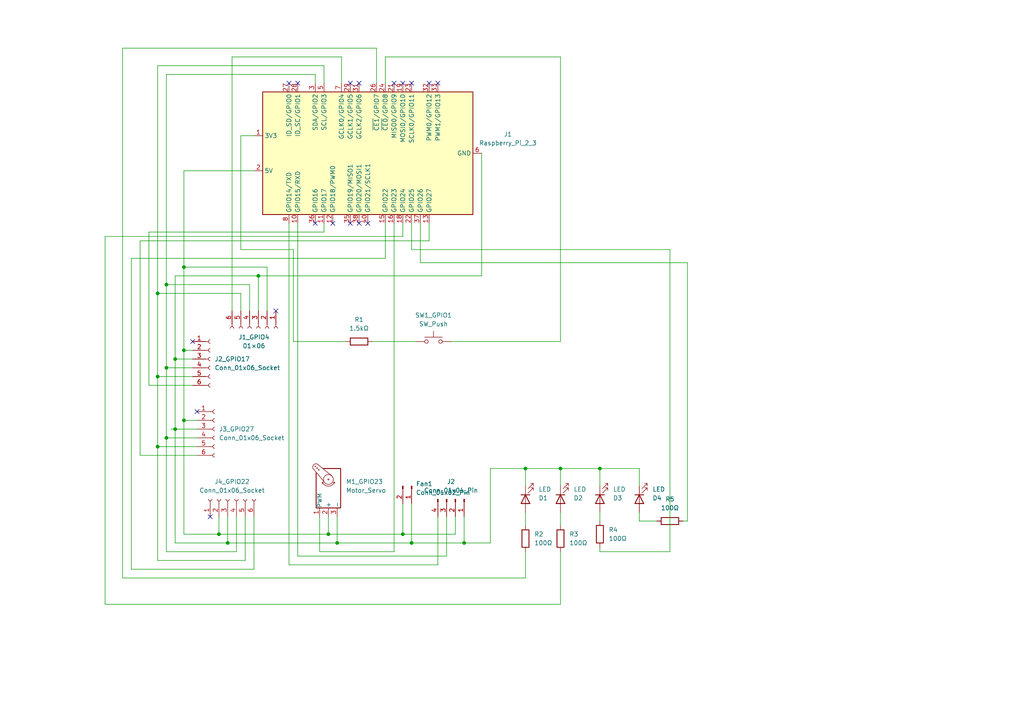
<source format=kicad_sch>
(kicad_sch (version 20231120) (generator "eeschema") (generator_version "8.0")
  (paper "A4")
  (lib_symbols
    (symbol "Connector:Conn_01x02_Pin" (pin_names (offset 1.016) hide)
      (property "Reference" "J" (at 0 2.54 0))
      (property "Value" "Conn_01x02_Pin" (at 0 -5.08 0))
      (symbol "Conn_01x02_Pin_1_1"
        (polyline (pts (xy 1.27 -2.54) (xy 0.8636 -2.54)) (stroke (width 0.1524)))
        (polyline (pts (xy 1.27 0) (xy 0.8636 0)) (stroke (width 0.1524)))
        (rectangle (start 0.8636 -2.413) (end 0 -2.667) (stroke (width 0.1524)) (fill (type outline)))
        (rectangle (start 0.8636 0.127) (end 0 -0.127) (stroke (width 0.1524)) (fill (type outline)))
        (pin passive line (at 5.08 0 180) (length 3.81) (name "Pin_1") (number "1"))
        (pin passive line (at 5.08 -2.54 180) (length 3.81) (name "Pin_2") (number "2"))
      )
    )
    (symbol "Connector:Conn_01x04_Pin" (pin_names (offset 1.016) hide)
      (property "Reference" "J" (at 0 5.08 0))
      (property "Value" "Conn_01x04_Pin" (at 0 -7.62 0))
      (symbol "Conn_01x04_Pin_1_1"
        (polyline (pts (xy 1.27 -5.08) (xy 0.8636 -5.08)) (stroke (width 0.1524)))
        (polyline (pts (xy 1.27 -2.54) (xy 0.8636 -2.54)) (stroke (width 0.1524)))
        (polyline (pts (xy 1.27 0) (xy 0.8636 0)) (stroke (width 0.1524)))
        (polyline (pts (xy 1.27 2.54) (xy 0.8636 2.54)) (stroke (width 0.1524)))
        (rectangle (start 0.8636 -4.953) (end 0 -5.207) (stroke (width 0.1524)) (fill (type outline)))
        (rectangle (start 0.8636 -2.413) (end 0 -2.667) (stroke (width 0.1524)) (fill (type outline)))
        (rectangle (start 0.8636 0.127) (end 0 -0.127) (stroke (width 0.1524)) (fill (type outline)))
        (rectangle (start 0.8636 2.667) (end 0 2.413) (stroke (width 0.1524)) (fill (type outline)))
        (pin passive line (at 5.08 2.54 180) (length 3.81) (name "Pin_1") (number "1"))
        (pin passive line (at 5.08 0 180) (length 3.81) (name "Pin_2") (number "2"))
        (pin passive line (at 5.08 -2.54 180) (length 3.81) (name "Pin_3") (number "3"))
        (pin passive line (at 5.08 -5.08 180) (length 3.81) (name "Pin_4") (number "4"))
      )
    )
    (symbol "Connector:Conn_01x06_Socket" (pin_names (offset 1.016) hide)
      (property "Reference" "J" (at 0 7.62 0))
      (property "Value" "Conn_01x06_Socket" (at 0 -10.16 0))
      (symbol "Conn_01x06_Socket_1_1"
        (arc (start 0 -7.112) (mid -0.5058 -7.62) (end 0 -8.128) (stroke (width 0.1524)))
        (arc (start 0 -4.572) (mid -0.5058 -5.08) (end 0 -5.588) (stroke (width 0.1524)))
        (arc (start 0 -2.032) (mid -0.5058 -2.54) (end 0 -3.048) (stroke (width 0.1524)))
        (polyline (pts (xy -1.27 -7.62) (xy -0.508 -7.62)) (stroke (width 0.1524)))
        (polyline (pts (xy -1.27 -5.08) (xy -0.508 -5.08)) (stroke (width 0.1524)))
        (polyline (pts (xy -1.27 -2.54) (xy -0.508 -2.54)) (stroke (width 0.1524)))
        (polyline (pts (xy -1.27 0) (xy -0.508 0)) (stroke (width 0.1524)))
        (polyline (pts (xy -1.27 2.54) (xy -0.508 2.54)) (stroke (width 0.1524)))
        (polyline (pts (xy -1.27 5.08) (xy -0.508 5.08)) (stroke (width 0.1524)))
        (arc (start 0 0.508) (mid -0.5058 0) (end 0 -0.508) (stroke (width 0.1524)))
        (arc (start 0 3.048) (mid -0.5058 2.54) (end 0 2.032) (stroke (width 0.1524)))
        (arc (start 0 5.588) (mid -0.5058 5.08) (end 0 4.572) (stroke (width 0.1524)))
        (pin passive line (at -5.08 5.08 0) (length 3.81) (name "Pin_1") (number "1"))
        (pin passive line (at -5.08 2.54 0) (length 3.81) (name "Pin_2") (number "2"))
        (pin passive line (at -5.08 0 0) (length 3.81) (name "Pin_3") (number "3"))
        (pin passive line (at -5.08 -2.54 0) (length 3.81) (name "Pin_4") (number "4"))
        (pin passive line (at -5.08 -5.08 0) (length 3.81) (name "Pin_5") (number "5"))
        (pin passive line (at -5.08 -7.62 0) (length 3.81) (name "Pin_6") (number "6"))
      )
    )
    (symbol "Connector:Raspberry_Pi_2_3"
      (property "Reference" "J" (at -17.78 31.75 0))
      (property "Value" "Raspberry_Pi_2_3" (at 10.16 -31.75 0))
      (symbol "Raspberry_Pi_2_3_0_1"
        (rectangle (start -17.78 30.48) (end 17.78 -30.48) (stroke (width 0.254)) (fill (type background)))
      )
      (symbol "Raspberry_Pi_2_3_1_1"
        (pin power_in line (at 5.08 33.02 270) (length 2.54) (name "3V3") (number "1"))
        (pin bidirectional line (at -20.32 20.32 0) (length 2.54) (name "GPIO15/RXD") (number "10"))
        (pin bidirectional line (at -20.32 12.7 0) (length 2.54) (name "GPIO17") (number "11"))
        (pin bidirectional line (at -20.32 10.16 0) (length 2.54) (name "GPIO18/PWM0") (number "12"))
        (pin bidirectional line (at -20.32 -17.78 0) (length 2.54) (name "GPIO27") (number "13"))
        (pin passive line (at 0 -33.02 90) (length 2.54) hide (name "GND") (number "14"))
        (pin bidirectional line (at -20.32 -5.08 0) (length 2.54) (name "GPIO22") (number "15"))
        (pin bidirectional line (at -20.32 -7.62 0) (length 2.54) (name "GPIO23") (number "16"))
        (pin passive line (at 5.08 33.02 270) (length 2.54) hide (name "3V3") (number "17"))
        (pin bidirectional line (at -20.32 -10.16 0) (length 2.54) (name "GPIO24") (number "18"))
        (pin bidirectional line (at 20.32 -10.16 180) (length 2.54) (name "MOSI0/GPIO10") (number "19"))
        (pin power_in line (at -5.08 33.02 270) (length 2.54) (name "5V") (number "2"))
        (pin passive line (at 0 -33.02 90) (length 2.54) hide (name "GND") (number "20"))
        (pin bidirectional line (at 20.32 -7.62 180) (length 2.54) (name "MISO0/GPIO9") (number "21"))
        (pin bidirectional line (at -20.32 -12.7 0) (length 2.54) (name "GPIO25") (number "22"))
        (pin bidirectional line (at 20.32 -12.7 180) (length 2.54) (name "SCLK0/GPIO11") (number "23"))
        (pin bidirectional line (at 20.32 -5.08 180) (length 2.54) (name "~{CE0}/GPIO8") (number "24"))
        (pin passive line (at 0 -33.02 90) (length 2.54) hide (name "GND") (number "25"))
        (pin bidirectional line (at 20.32 -2.54 180) (length 2.54) (name "~{CE1}/GPIO7") (number "26"))
        (pin bidirectional line (at 20.32 22.86 180) (length 2.54) (name "ID_SD/GPIO0") (number "27"))
        (pin bidirectional line (at 20.32 20.32 180) (length 2.54) (name "ID_SC/GPIO1") (number "28"))
        (pin bidirectional line (at 20.32 5.08 180) (length 2.54) (name "GCLK1/GPIO5") (number "29"))
        (pin bidirectional line (at 20.32 15.24 180) (length 2.54) (name "SDA/GPIO2") (number "3"))
        (pin passive line (at 0 -33.02 90) (length 2.54) hide (name "GND") (number "30"))
        (pin bidirectional line (at 20.32 2.54 180) (length 2.54) (name "GCLK2/GPIO6") (number "31"))
        (pin bidirectional line (at 20.32 -17.78 180) (length 2.54) (name "PWM0/GPIO12") (number "32"))
        (pin bidirectional line (at 20.32 -20.32 180) (length 2.54) (name "PWM1/GPIO13") (number "33"))
        (pin passive line (at 0 -33.02 90) (length 2.54) hide (name "GND") (number "34"))
        (pin bidirectional line (at -20.32 5.08 0) (length 2.54) (name "GPIO19/MISO1") (number "35"))
        (pin bidirectional line (at -20.32 15.24 0) (length 2.54) (name "GPIO16") (number "36"))
        (pin bidirectional line (at -20.32 -15.24 0) (length 2.54) (name "GPIO26") (number "37"))
        (pin bidirectional line (at -20.32 2.54 0) (length 2.54) (name "GPIO20/MOSI1") (number "38"))
        (pin passive line (at 0 -33.02 90) (length 2.54) hide (name "GND") (number "39"))
        (pin passive line (at -5.08 33.02 270) (length 2.54) hide (name "5V") (number "4"))
        (pin bidirectional line (at -20.32 0 0) (length 2.54) (name "GPIO21/SCLK1") (number "40"))
        (pin bidirectional line (at 20.32 12.7 180) (length 2.54) (name "SCL/GPIO3") (number "5"))
        (pin power_in line (at 0 -33.02 90) (length 2.54) (name "GND") (number "6"))
        (pin bidirectional line (at 20.32 7.62 180) (length 2.54) (name "GCLK0/GPIO4") (number "7"))
        (pin bidirectional line (at -20.32 22.86 0) (length 2.54) (name "GPIO14/TXD") (number "8"))
        (pin passive line (at 0 -33.02 90) (length 2.54) hide (name "GND") (number "9"))
      )
    )
    (symbol "Device:LED" (pin_numbers hide) (pin_names (offset 1.016) hide)
      (property "Reference" "D" (at 0 2.54 0))
      (property "Value" "LED" (at 0 -2.54 0))
      (symbol "LED_0_1"
        (polyline (pts (xy -1.27 -1.27) (xy -1.27 1.27)) (stroke (width 0.254)))
        (polyline (pts (xy -1.27 0) (xy 1.27 0)))
        (polyline (pts (xy 1.27 -1.27) (xy 1.27 1.27) (xy -1.27 0) (xy 1.27 -1.27)) (stroke (width 0.254)))
        (polyline (pts (xy -3.048 -0.762) (xy -4.572 -2.286) (xy -3.81 -2.286) (xy -4.572 -2.286) (xy -4.572 -1.524)))
        (polyline (pts (xy -1.778 -0.762) (xy -3.302 -2.286) (xy -2.54 -2.286) (xy -3.302 -2.286) (xy -3.302 -1.524)))
      )
      (symbol "LED_1_1"
        (pin passive line (at -3.81 0 0) (length 2.54) (name "K") (number "1"))
        (pin passive line (at 3.81 0 180) (length 2.54) (name "A") (number "2"))
      )
    )
    (symbol "Device:R" (pin_numbers hide) (pin_names (offset 0))
      (property "Reference" "R" (at 2.032 0 90))
      (property "Value" "R" (at 0 0 90))
      (symbol "R_0_1"
        (rectangle (start -1.016 -2.54) (end 1.016 2.54) (stroke (width 0.254)))
      )
      (symbol "R_1_1"
        (pin passive line (at 0 3.81 270) (length 1.27) (name "~") (number "1"))
        (pin passive line (at 0 -3.81 90) (length 1.27) (name "~") (number "2"))
      )
    )
    (symbol "Motor:Motor_Servo" (pin_names (offset 0.0254))
      (property "Reference" "M" (at -5.08 4.445 0))
      (property "Value" "Motor_Servo" (at -5.08 -4.064 0))
      (symbol "Motor_Servo_0_1"
        (polyline (pts (xy 2.413 -1.778) (xy 2.032 -1.778)))
        (polyline (pts (xy 2.413 -1.778) (xy 2.286 -1.397)))
        (polyline (pts (xy 2.413 1.778) (xy 1.905 1.778)))
        (polyline (pts (xy 2.413 1.778) (xy 2.286 1.397)))
        (polyline (pts (xy 6.35 4.445) (xy 2.54 1.27)))
        (polyline (pts (xy 7.62 3.175) (xy 4.191 -1.016)))
        (polyline (pts (xy 5.08 3.556) (xy -5.08 3.556) (xy -5.08 -3.556) (xy 6.35 -3.556) (xy 6.35 1.524)) (stroke (width 0.254)))
        (arc (start 2.413 1.778) (mid 1.2406 0) (end 2.413 -1.778))
        (circle (center 3.175 0) (radius 0.1778))
        (circle (center 3.175 0) (radius 1.4224))
        (circle (center 5.969 2.794) (radius 0.127))
        (circle (center 6.477 3.302) (radius 0.127))
        (circle (center 6.985 3.81) (radius 0.127))
        (arc (start 7.62 3.175) (mid 7.4485 4.2735) (end 6.35 4.445))
      )
      (symbol "Motor_Servo_1_1"
        (pin passive line (at -7.62 2.54 0) (length 2.54) (name "PWM") (number "1"))
        (pin passive line (at -7.62 0 0) (length 2.54) (name "+") (number "2"))
        (pin passive line (at -7.62 -2.54 0) (length 2.54) (name "-") (number "3"))
      )
    )
    (symbol "Switch:SW_Push" (pin_numbers hide) (pin_names (offset 1.016) hide)
      (property "Reference" "SW1_GPIO8" (at 0 7.62 0))
      (property "Value" "SW_Push" (at 0 5.08 0))
      (symbol "SW_Push_0_1"
        (circle (center -2.032 0) (radius 0.508))
        (polyline (pts (xy 0 1.27) (xy 0 3.048)))
        (polyline (pts (xy 2.54 1.27) (xy -2.54 1.27)))
        (circle (center 2.032 0) (radius 0.508))
        (pin passive line (at -5.08 0 0) (length 2.54) (name "1") (number "1"))
        (pin passive line (at 5.08 0 180) (length 2.54) (name "3") (number "3"))
      )
    )
  )
  (junction (at 48.26 127))
  (junction (at 119.38 157.48))
  (junction (at 66.04 157.48))
  (junction (at 45.72 85.09))
  (junction (at 152.4 135.89))
  (junction (at 95.25 154.94))
  (junction (at 45.72 109.22))
  (junction (at 48.26 106.68))
  (junction (at 53.34 77.47))
  (junction (at 48.26 82.55))
  (junction (at 53.34 101.6))
  (junction (at 50.8 104.14))
  (junction (at 63.5 154.94))
  (junction (at 173.99 135.89))
  (junction (at 53.34 121.92))
  (junction (at 97.79 157.48))
  (junction (at 74.93 80.01))
  (junction (at 116.84 154.94))
  (junction (at 50.8 124.46))
  (junction (at 134.62 157.48))
  (junction (at 162.56 135.89))
  (junction (at 45.72 129.54))
  (no_connect (at 83.82 24.13))
  (no_connect (at 91.44 64.77))
  (no_connect (at 86.36 24.13))
  (no_connect (at 116.84 24.13))
  (no_connect (at 106.68 64.77))
  (no_connect (at 80.01 90.17))
  (no_connect (at 55.88 99.06))
  (no_connect (at 119.38 24.13))
  (no_connect (at 127 24.13))
  (no_connect (at 57.15 119.38))
  (no_connect (at 60.96 149.86))
  (no_connect (at 104.14 24.13))
  (no_connect (at 96.52 64.77))
  (no_connect (at 104.14 64.77))
  (no_connect (at 101.6 24.13))
  (no_connect (at 114.3 24.13))
  (no_connect (at 124.46 24.13))
  (no_connect (at 101.6 64.77))
  (wire (pts (xy 43.18 111.76) (xy 55.88 111.76)))
  (wire (pts (xy 114.3 64.77) (xy 114.3 160.02)))
  (wire (pts (xy 162.56 16.51) (xy 111.76 16.51)))
  (wire (pts (xy 194.31 160.02) (xy 194.31 72.39)))
  (wire (pts (xy 92.71 149.86) (xy 92.71 160.02)))
  (wire (pts (xy 86.36 161.29) (xy 129.54 161.29)))
  (wire (pts (xy 95.25 154.94) (xy 95.25 149.86)))
  (wire (pts (xy 134.62 149.86) (xy 134.62 157.48)))
  (wire (pts (xy 97.79 157.48) (xy 97.79 149.86)))
  (wire (pts (xy 116.84 154.94) (xy 116.84 146.05)))
  (wire (pts (xy 48.26 160.02) (xy 68.58 160.02)))
  (wire (pts (xy 93.98 19.05) (xy 45.72 19.05)))
  (wire (pts (xy 173.99 160.02) (xy 194.31 160.02)))
  (wire (pts (xy 45.72 19.05) (xy 45.72 85.09)))
  (wire (pts (xy 173.99 158.75) (xy 173.99 160.02)))
  (wire (pts (xy 50.8 157.48) (xy 66.04 157.48)))
  (wire (pts (xy 95.25 154.94) (xy 116.84 154.94)))
  (wire (pts (xy 162.56 175.26) (xy 30.48 175.26)))
  (wire (pts (xy 50.8 104.14) (xy 50.8 124.46)))
  (wire (pts (xy 85.09 72.39) (xy 85.09 99.06)))
  (wire (pts (xy 129.54 161.29) (xy 129.54 149.86)))
  (wire (pts (xy 50.8 80.01) (xy 74.93 80.01)))
  (wire (pts (xy 48.26 21.59) (xy 48.26 82.55)))
  (wire (pts (xy 53.34 121.92) (xy 53.34 154.94)))
  (wire (pts (xy 199.39 76.2) (xy 121.92 76.2)))
  (wire (pts (xy 199.39 76.2) (xy 199.39 151.13)))
  (wire (pts (xy 93.98 67.31) (xy 43.18 67.31)))
  (wire (pts (xy 63.5 154.94) (xy 95.25 154.94)))
  (wire (pts (xy 162.56 135.89) (xy 162.56 140.97)))
  (wire (pts (xy 152.4 148.59) (xy 152.4 152.4)))
  (wire (pts (xy 45.72 129.54) (xy 45.72 162.56)))
  (wire (pts (xy 40.64 132.08) (xy 57.15 132.08)))
  (wire (pts (xy 194.31 72.39) (xy 119.38 72.39)))
  (wire (pts (xy 53.34 49.53) (xy 53.34 77.47)))
  (wire (pts (xy 45.72 85.09) (xy 69.85 85.09)))
  (wire (pts (xy 127 163.83) (xy 83.82 163.83)))
  (wire (pts (xy 50.8 80.01) (xy 50.8 104.14)))
  (wire (pts (xy 73.66 49.53) (xy 53.34 49.53)))
  (wire (pts (xy 162.56 148.59) (xy 162.56 152.4)))
  (wire (pts (xy 45.72 129.54) (xy 57.15 129.54)))
  (wire (pts (xy 53.34 121.92) (xy 57.15 121.92)))
  (wire (pts (xy 173.99 148.59) (xy 173.99 151.13)))
  (wire (pts (xy 72.39 90.17) (xy 72.39 82.55)))
  (wire (pts (xy 45.72 162.56) (xy 71.12 162.56)))
  (wire (pts (xy 69.85 72.39) (xy 85.09 72.39)))
  (wire (pts (xy 53.34 77.47) (xy 77.47 77.47)))
  (wire (pts (xy 74.93 80.01) (xy 74.93 90.17)))
  (wire (pts (xy 111.76 74.93) (xy 38.1 74.93)))
  (wire (pts (xy 63.5 154.94) (xy 63.5 149.86)))
  (wire (pts (xy 142.24 135.89) (xy 142.24 157.48)))
  (wire (pts (xy 124.46 64.77) (xy 124.46 69.85)))
  (wire (pts (xy 66.04 157.48) (xy 97.79 157.48)))
  (wire (pts (xy 35.56 167.64) (xy 35.56 13.97)))
  (wire (pts (xy 71.12 162.56) (xy 71.12 149.86)))
  (wire (pts (xy 69.85 39.37) (xy 69.85 72.39)))
  (wire (pts (xy 198.12 151.13) (xy 199.39 151.13)))
  (wire (pts (xy 152.4 135.89) (xy 152.4 140.97)))
  (wire (pts (xy 111.76 16.51) (xy 111.76 24.13)))
  (wire (pts (xy 107.95 99.06) (xy 120.65 99.06)))
  (wire (pts (xy 152.4 135.89) (xy 162.56 135.89)))
  (wire (pts (xy 86.36 64.77) (xy 86.36 161.29)))
  (wire (pts (xy 93.98 24.13) (xy 93.98 19.05)))
  (wire (pts (xy 38.1 165.1) (xy 73.66 165.1)))
  (wire (pts (xy 185.42 148.59) (xy 185.42 151.13)))
  (wire (pts (xy 50.8 124.46) (xy 49.53 124.46)))
  (wire (pts (xy 69.85 90.17) (xy 69.85 85.09)))
  (wire (pts (xy 48.26 127) (xy 48.26 160.02)))
  (wire (pts (xy 109.22 13.97) (xy 109.22 24.13)))
  (wire (pts (xy 77.47 77.47) (xy 77.47 90.17)))
  (wire (pts (xy 45.72 109.22) (xy 45.72 129.54)))
  (wire (pts (xy 124.46 69.85) (xy 40.64 69.85)))
  (wire (pts (xy 50.8 104.14) (xy 55.88 104.14)))
  (wire (pts (xy 139.7 80.01) (xy 74.93 80.01)))
  (wire (pts (xy 45.72 85.09) (xy 45.72 109.22)))
  (wire (pts (xy 30.48 175.26) (xy 30.48 68.58)))
  (wire (pts (xy 43.18 67.31) (xy 43.18 111.76)))
  (wire (pts (xy 162.56 99.06) (xy 162.56 16.51)))
  (wire (pts (xy 116.84 154.94) (xy 132.08 154.94)))
  (wire (pts (xy 121.92 76.2) (xy 121.92 64.77)))
  (wire (pts (xy 173.99 135.89) (xy 173.99 140.97)))
  (wire (pts (xy 53.34 154.94) (xy 63.5 154.94)))
  (wire (pts (xy 73.66 165.1) (xy 73.66 149.86)))
  (wire (pts (xy 162.56 135.89) (xy 173.99 135.89)))
  (wire (pts (xy 185.42 151.13) (xy 190.5 151.13)))
  (wire (pts (xy 48.26 106.68) (xy 55.88 106.68)))
  (wire (pts (xy 99.06 16.51) (xy 67.31 16.51)))
  (wire (pts (xy 119.38 157.48) (xy 119.38 146.05)))
  (wire (pts (xy 48.26 127) (xy 57.15 127)))
  (wire (pts (xy 91.44 21.59) (xy 48.26 21.59)))
  (wire (pts (xy 45.72 109.22) (xy 55.88 109.22)))
  (wire (pts (xy 116.84 68.58) (xy 116.84 64.77)))
  (wire (pts (xy 40.64 69.85) (xy 40.64 132.08)))
  (wire (pts (xy 119.38 157.48) (xy 134.62 157.48)))
  (wire (pts (xy 48.26 82.55) (xy 72.39 82.55)))
  (wire (pts (xy 38.1 74.93) (xy 38.1 165.1)))
  (wire (pts (xy 35.56 13.97) (xy 109.22 13.97)))
  (wire (pts (xy 48.26 106.68) (xy 48.26 127)))
  (wire (pts (xy 50.8 124.46) (xy 57.15 124.46)))
  (wire (pts (xy 162.56 160.02) (xy 162.56 175.26)))
  (wire (pts (xy 67.31 16.51) (xy 67.31 90.17)))
  (wire (pts (xy 83.82 64.77) (xy 83.82 163.83)))
  (wire (pts (xy 130.81 99.06) (xy 162.56 99.06)))
  (wire (pts (xy 119.38 72.39) (xy 119.38 64.77)))
  (wire (pts (xy 53.34 101.6) (xy 55.88 101.6)))
  (wire (pts (xy 50.8 124.46) (xy 50.8 157.48)))
  (wire (pts (xy 127 149.86) (xy 127 163.83)))
  (wire (pts (xy 173.99 135.89) (xy 185.42 135.89)))
  (wire (pts (xy 68.58 160.02) (xy 68.58 149.86)))
  (wire (pts (xy 142.24 135.89) (xy 152.4 135.89)))
  (wire (pts (xy 111.76 64.77) (xy 111.76 74.93)))
  (wire (pts (xy 35.56 167.64) (xy 152.4 167.64)))
  (wire (pts (xy 91.44 21.59) (xy 91.44 24.13)))
  (wire (pts (xy 66.04 157.48) (xy 66.04 149.86)))
  (wire (pts (xy 92.71 160.02) (xy 114.3 160.02)))
  (wire (pts (xy 30.48 68.58) (xy 116.84 68.58)))
  (wire (pts (xy 53.34 77.47) (xy 53.34 101.6)))
  (wire (pts (xy 48.26 82.55) (xy 48.26 106.68)))
  (wire (pts (xy 99.06 16.51) (xy 99.06 24.13)))
  (wire (pts (xy 134.62 157.48) (xy 142.24 157.48)))
  (wire (pts (xy 85.09 99.06) (xy 100.33 99.06)))
  (wire (pts (xy 97.79 157.48) (xy 119.38 157.48)))
  (wire (pts (xy 73.66 39.37) (xy 69.85 39.37)))
  (wire (pts (xy 185.42 135.89) (xy 185.42 140.97)))
  (wire (pts (xy 139.7 44.45) (xy 139.7 80.01)))
  (wire (pts (xy 53.34 101.6) (xy 53.34 121.92)))
  (wire (pts (xy 93.98 64.77) (xy 93.98 67.31)))
  (wire (pts (xy 132.08 149.86) (xy 132.08 154.94)))
  (wire (pts (xy 152.4 160.02) (xy 152.4 167.64)))
  (symbol (lib_id "Device:R") (at 152.4 156.21 0) (unit 1)
    (property "Reference" "R2" (at 154.94 154.9399 0) (effects (justify left)))
    (property "Value" "100Ω" (at 154.94 157.4799 0) (effects (justify left)))
    (property "Footprint" "Resistor_SMD:R_0805_2012Metric" (effects (hide yes)))
    (property "Description" "Resistor" (effects (hide yes)))
  )
  (symbol (lib_id "Motor:Motor_Servo") (at 95.25 142.24 90) (unit 1)
    (property "Reference" "M1_GPIO23" (at 100.33 139.711 90) (effects (justify right)))
    (property "Value" "Motor_Servo" (at 100.33 142.251 90) (effects (justify right)))
    (property "Footprint" "Connector_PinHeader_2.54mm:PinHeader_1x03_P2.54mm_Vertical" (effects (hide yes)))
    (property "Datasheet" "http://forums.parallax.com/uploads/attachments/46831/74481.png" (effects (hide yes)))
    (property "Description" "Servo Motor (Futaba, HiTec, JR connector)" (effects (hide yes)))
  )
  (symbol (lib_id "Device:LED") (at 162.56 144.78 90) (mirror x) (unit 1)
    (property "Reference" "D2" (at 166.37 144.4626 90) (effects (justify right)))
    (property "Value" "LED" (at 166.37 141.9226 90) (effects (justify right)))
    (property "Footprint" "vamos:LED" (effects (hide yes)))
    (property "Description" "Light emitting diode" (effects (hide yes)))
  )
  (symbol (lib_id "Switch:SW_Push") (at 125.73 99.06 0) (unit 1)
    (property "Reference" "SW1_GPIO1" (at 125.73 91.44 0))
    (property "Value" "SW_Push" (at 125.73 93.98 0))
    (property "Footprint" "ZHpretty:PushButton" (effects (hide yes)))
    (property "Description" "Push button switch, generic, two pins" (effects (hide yes)))
  )
  (symbol (lib_id "Device:R") (at 194.31 151.13 90) (unit 1)
    (property "Reference" "R5" (at 194.31 144.78 90))
    (property "Value" "100Ω" (at 194.31 147.32 90))
    (property "Footprint" "Resistor_SMD:R_0805_2012Metric" (effects (hide yes)))
    (property "Description" "Resistor" (effects (hide yes)))
  )
  (symbol (lib_id "Device:R") (at 104.14 99.06 90) (unit 1)
    (property "Reference" "R1" (at 104.14 92.71 90))
    (property "Value" "1.5kΩ" (at 104.14 95.25 90))
    (property "Footprint" "Resistor_SMD:R_0805_2012Metric" (effects (hide yes)))
    (property "Description" "Resistor" (effects (hide yes)))
  )
  (symbol (lib_id "Connector:Raspberry_Pi_2_3") (at 106.68 44.45 90) (unit 1) (in_bom no)
    (property "Reference" "J1" (at 147.32 38.9538 90))
    (property "Value" "Raspberry_Pi_2_3" (at 147.32 41.4938 90))
    (property "Footprint" "Connector_PinSocket_2.54mm:PinSocket_2x20_P2.54mm_Vertical" (effects (hide yes)))
    (property "Datasheet" "https://www.raspberrypi.org/documentation/hardware/raspberrypi/schematics/rpi_SCH_3bplus_1p0_reduced.pdf" (effects (hide yes)))
    (property "Description" "expansion header for Raspberry Pi 2 & 3" (effects (hide yes)))
  )
  (symbol (lib_id "Connector:Conn_01x06_Socket") (at 62.23 124.46 0) (unit 1)
    (property "Reference" "J3_GPIO27" (at 63.5 124.4599 0) (effects (justify left)))
    (property "Value" "Conn_01x06_Socket" (at 63.5 126.9999 0) (effects (justify left)))
    (property "Footprint" "ZHpretty:Connector_JST.prettyJST_ZH_B6B-ZR_1x06_P1.50mm_Vertical" (effects (hide yes)))
    (property "Description" "Generic connector, single row, 01x06, script generated" (effects (hide yes)))
  )
  (symbol (lib_id "Device:LED") (at 185.42 144.78 90) (mirror x) (unit 1)
    (property "Reference" "D4" (at 189.23 144.4626 90) (effects (justify right)))
    (property "Value" "LED" (at 189.23 141.9226 90) (effects (justify right)))
    (property "Footprint" "vamos:LED" (effects (hide yes)))
    (property "Description" "Light emitting diode" (effects (hide yes)))
  )
  (symbol (lib_id "Device:R") (at 162.56 156.21 0) (unit 1)
    (property "Reference" "R3" (at 165.1 154.9399 0) (effects (justify left)))
    (property "Value" "100Ω" (at 165.1 157.4799 0) (effects (justify left)))
    (property "Footprint" "Resistor_SMD:R_0805_2012Metric" (effects (hide yes)))
    (property "Description" "Resistor" (effects (hide yes)))
  )
  (symbol (lib_id "Connector:Conn_01x06_Socket") (at 74.93 95.25 270) (unit 1)
    (property "Reference" "J1_GPIO4" (at 73.66 97.79 90))
    (property "Value" "01×06" (at 73.66 100.33 90))
    (property "Footprint" "ZHpretty:Connector_JST.prettyJST_ZH_B6B-ZR_1x06_P1.50mm_Vertical" (effects (hide yes)))
    (property "Description" "Generic connector, single row, 01x06, script generated" (effects (hide yes)))
  )
  (symbol (lib_id "Connector:Conn_01x06_Socket") (at 66.04 144.78 90) (unit 1)
    (property "Reference" "J4_GPIO22" (at 67.31 139.7 90))
    (property "Value" "Conn_01x06_Socket" (at 67.31 142.24 90))
    (property "Footprint" "ZHpretty:Connector_JST.prettyJST_ZH_B6B-ZR_1x06_P1.50mm_Vertical" (effects (hide yes)))
    (property "Description" "Generic connector, single row, 01x06, script generated" (effects (hide yes)))
  )
  (symbol (lib_id "Device:LED") (at 173.99 144.78 90) (mirror x) (unit 1)
    (property "Reference" "D3" (at 177.8 144.4626 90) (effects (justify right)))
    (property "Value" "LED" (at 177.8 141.9226 90) (effects (justify right)))
    (property "Footprint" "vamos:LED" (effects (hide yes)))
    (property "Description" "Light emitting diode" (effects (hide yes)))
  )
  (symbol (lib_id "Connector:Conn_01x04_Pin") (at 132.08 144.78 270) (unit 1)
    (property "Reference" "J2" (at 130.81 139.7 90))
    (property "Value" "Conn_01x04_Pin" (at 130.81 142.24 90))
    (property "Footprint" "Library:Grove_1x04" (effects (hide yes)))
    (property "Description" "Generic connector, single row, 01x04, script generated" (effects (hide yes)))
  )
  (symbol (lib_id "Device:LED") (at 152.4 144.78 90) (mirror x) (unit 1)
    (property "Reference" "D1" (at 156.21 144.4626 90) (effects (justify right)))
    (property "Value" "LED" (at 156.21 141.9226 90) (effects (justify right)))
    (property "Footprint" "vamos:LED" (effects (hide yes)))
    (property "Description" "Light emitting diode" (effects (hide yes)))
  )
  (symbol (lib_id "Device:R") (at 173.99 154.94 0) (unit 1)
    (property "Reference" "R4" (at 176.53 153.6699 0) (effects (justify left)))
    (property "Value" "100Ω" (at 176.53 156.2099 0) (effects (justify left)))
    (property "Footprint" "Resistor_SMD:R_0805_2012Metric" (effects (hide yes)))
    (property "Description" "Resistor" (effects (hide yes)))
  )
  (symbol (lib_id "Connector:Conn_01x02_Pin") (at 119.38 140.97 270) (unit 1)
    (property "Reference" "Fan1" (at 120.65 140.3349 90) (effects (justify left)))
    (property "Value" "Conn_01x02_Pin" (at 120.65 142.8749 90) (effects (justify left)))
    (property "Footprint" "Connector_PinHeader_2.54mm:PinHeader_1x02_P2.54mm_Vertical" (effects (hide yes)))
    (property "Description" "Generic connector, single row, 01x02, script generated" (effects (hide yes)))
  )
  (symbol (lib_id "Connector:Conn_01x06_Socket") (at 60.96 104.14 0) (unit 1)
    (property "Reference" "J2_GPIO17" (at 62.23 104.1399 0) (effects (justify left)))
    (property "Value" "Conn_01x06_Socket" (at 62.23 106.6799 0) (effects (justify left)))
    (property "Footprint" "ZHpretty:Connector_JST.prettyJST_ZH_B6B-ZR_1x06_P1.50mm_Vertical" (effects (hide yes)))
    (property "Description" "Generic connector, single row, 01x06, script generated" (effects (hide yes)))
  )
)
</source>
